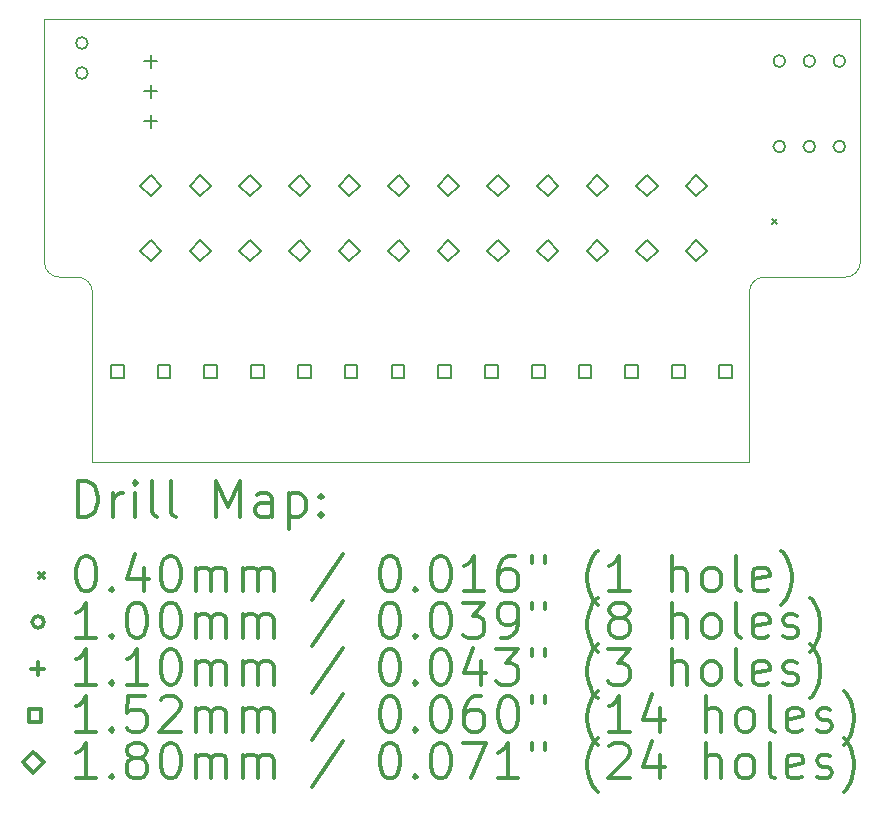
<source format=gbr>
%FSLAX45Y45*%
G04 Gerber Fmt 4.5, Leading zero omitted, Abs format (unit mm)*
G04 Created by KiCad (PCBNEW (5.1.6)-1) date 2022-09-29 15:02:31*
%MOMM*%
%LPD*%
G01*
G04 APERTURE LIST*
%TA.AperFunction,Profile*%
%ADD10C,0.050000*%
%TD*%
%ADD11C,0.200000*%
%ADD12C,0.300000*%
G04 APERTURE END LIST*
D10*
X18897600Y-6261100D02*
G75*
G02*
X18770600Y-6388100I-127000J0D01*
G01*
X12115800Y-6388100D02*
G75*
G02*
X11988800Y-6261100I0J127000D01*
G01*
X11988800Y-4203700D02*
X12496800Y-4203700D01*
X11988800Y-6261100D02*
X11988800Y-4203700D01*
X12268200Y-6388100D02*
X12115800Y-6388100D01*
X18897600Y-4203700D02*
X12496800Y-4203700D01*
X18897600Y-6261100D02*
X18897600Y-4203700D01*
X18084800Y-6388100D02*
X18770600Y-6388100D01*
X17957800Y-6908800D02*
X17957800Y-6515100D01*
X12395200Y-6515100D02*
X12395200Y-6908800D01*
X12268200Y-6388100D02*
G75*
G02*
X12395200Y-6515100I0J-127000D01*
G01*
X17957800Y-6515100D02*
G75*
G02*
X18084800Y-6388100I127000J0D01*
G01*
X12395200Y-7950200D02*
X12395200Y-6908800D01*
X17957800Y-7950200D02*
X17957800Y-6908800D01*
X12395200Y-7950200D02*
X17957800Y-7950200D01*
D11*
X18150000Y-5900000D02*
X18190000Y-5940000D01*
X18190000Y-5900000D02*
X18150000Y-5940000D01*
X12356300Y-4406900D02*
G75*
G03*
X12356300Y-4406900I-50000J0D01*
G01*
X12356300Y-4660900D02*
G75*
G03*
X12356300Y-4660900I-50000J0D01*
G01*
X18261800Y-5283200D02*
G75*
G03*
X18261800Y-5283200I-50000J0D01*
G01*
X18515800Y-5283200D02*
G75*
G03*
X18515800Y-5283200I-50000J0D01*
G01*
X18769800Y-5283200D02*
G75*
G03*
X18769800Y-5283200I-50000J0D01*
G01*
X18261800Y-4559300D02*
G75*
G03*
X18261800Y-4559300I-50000J0D01*
G01*
X18515800Y-4559300D02*
G75*
G03*
X18515800Y-4559300I-50000J0D01*
G01*
X18769800Y-4559300D02*
G75*
G03*
X18769800Y-4559300I-50000J0D01*
G01*
X12890500Y-4504300D02*
X12890500Y-4614300D01*
X12835500Y-4559300D02*
X12945500Y-4559300D01*
X12890500Y-4758300D02*
X12890500Y-4868300D01*
X12835500Y-4813300D02*
X12945500Y-4813300D01*
X12890500Y-5012300D02*
X12890500Y-5122300D01*
X12835500Y-5067300D02*
X12945500Y-5067300D01*
X12660341Y-7240241D02*
X12660341Y-7132759D01*
X12552859Y-7132759D01*
X12552859Y-7240241D01*
X12660341Y-7240241D01*
X13056341Y-7240241D02*
X13056341Y-7132759D01*
X12948859Y-7132759D01*
X12948859Y-7240241D01*
X13056341Y-7240241D01*
X13452341Y-7240241D02*
X13452341Y-7132759D01*
X13344859Y-7132759D01*
X13344859Y-7240241D01*
X13452341Y-7240241D01*
X13848341Y-7240241D02*
X13848341Y-7132759D01*
X13740859Y-7132759D01*
X13740859Y-7240241D01*
X13848341Y-7240241D01*
X14244341Y-7240241D02*
X14244341Y-7132759D01*
X14136859Y-7132759D01*
X14136859Y-7240241D01*
X14244341Y-7240241D01*
X14640341Y-7240241D02*
X14640341Y-7132759D01*
X14532859Y-7132759D01*
X14532859Y-7240241D01*
X14640341Y-7240241D01*
X15036341Y-7240241D02*
X15036341Y-7132759D01*
X14928859Y-7132759D01*
X14928859Y-7240241D01*
X15036341Y-7240241D01*
X15432341Y-7240241D02*
X15432341Y-7132759D01*
X15324859Y-7132759D01*
X15324859Y-7240241D01*
X15432341Y-7240241D01*
X15828341Y-7240241D02*
X15828341Y-7132759D01*
X15720859Y-7132759D01*
X15720859Y-7240241D01*
X15828341Y-7240241D01*
X16224341Y-7240241D02*
X16224341Y-7132759D01*
X16116859Y-7132759D01*
X16116859Y-7240241D01*
X16224341Y-7240241D01*
X16620341Y-7240241D02*
X16620341Y-7132759D01*
X16512859Y-7132759D01*
X16512859Y-7240241D01*
X16620341Y-7240241D01*
X17016341Y-7240241D02*
X17016341Y-7132759D01*
X16908859Y-7132759D01*
X16908859Y-7240241D01*
X17016341Y-7240241D01*
X17412341Y-7240241D02*
X17412341Y-7132759D01*
X17304859Y-7132759D01*
X17304859Y-7240241D01*
X17412341Y-7240241D01*
X17808341Y-7240241D02*
X17808341Y-7132759D01*
X17700859Y-7132759D01*
X17700859Y-7240241D01*
X17808341Y-7240241D01*
X12890500Y-5703400D02*
X12980500Y-5613400D01*
X12890500Y-5523400D01*
X12800500Y-5613400D01*
X12890500Y-5703400D01*
X12890500Y-6253400D02*
X12980500Y-6163400D01*
X12890500Y-6073400D01*
X12800500Y-6163400D01*
X12890500Y-6253400D01*
X13310500Y-5703400D02*
X13400500Y-5613400D01*
X13310500Y-5523400D01*
X13220500Y-5613400D01*
X13310500Y-5703400D01*
X13310500Y-6253400D02*
X13400500Y-6163400D01*
X13310500Y-6073400D01*
X13220500Y-6163400D01*
X13310500Y-6253400D01*
X13730500Y-5703400D02*
X13820500Y-5613400D01*
X13730500Y-5523400D01*
X13640500Y-5613400D01*
X13730500Y-5703400D01*
X13730500Y-6253400D02*
X13820500Y-6163400D01*
X13730500Y-6073400D01*
X13640500Y-6163400D01*
X13730500Y-6253400D01*
X14150500Y-5703400D02*
X14240500Y-5613400D01*
X14150500Y-5523400D01*
X14060500Y-5613400D01*
X14150500Y-5703400D01*
X14150500Y-6253400D02*
X14240500Y-6163400D01*
X14150500Y-6073400D01*
X14060500Y-6163400D01*
X14150500Y-6253400D01*
X14570500Y-5703400D02*
X14660500Y-5613400D01*
X14570500Y-5523400D01*
X14480500Y-5613400D01*
X14570500Y-5703400D01*
X14570500Y-6253400D02*
X14660500Y-6163400D01*
X14570500Y-6073400D01*
X14480500Y-6163400D01*
X14570500Y-6253400D01*
X14990500Y-5703400D02*
X15080500Y-5613400D01*
X14990500Y-5523400D01*
X14900500Y-5613400D01*
X14990500Y-5703400D01*
X14990500Y-6253400D02*
X15080500Y-6163400D01*
X14990500Y-6073400D01*
X14900500Y-6163400D01*
X14990500Y-6253400D01*
X15410500Y-5703400D02*
X15500500Y-5613400D01*
X15410500Y-5523400D01*
X15320500Y-5613400D01*
X15410500Y-5703400D01*
X15410500Y-6253400D02*
X15500500Y-6163400D01*
X15410500Y-6073400D01*
X15320500Y-6163400D01*
X15410500Y-6253400D01*
X15830500Y-5703400D02*
X15920500Y-5613400D01*
X15830500Y-5523400D01*
X15740500Y-5613400D01*
X15830500Y-5703400D01*
X15830500Y-6253400D02*
X15920500Y-6163400D01*
X15830500Y-6073400D01*
X15740500Y-6163400D01*
X15830500Y-6253400D01*
X16250500Y-5703400D02*
X16340500Y-5613400D01*
X16250500Y-5523400D01*
X16160500Y-5613400D01*
X16250500Y-5703400D01*
X16250500Y-6253400D02*
X16340500Y-6163400D01*
X16250500Y-6073400D01*
X16160500Y-6163400D01*
X16250500Y-6253400D01*
X16670500Y-5703400D02*
X16760500Y-5613400D01*
X16670500Y-5523400D01*
X16580500Y-5613400D01*
X16670500Y-5703400D01*
X16670500Y-6253400D02*
X16760500Y-6163400D01*
X16670500Y-6073400D01*
X16580500Y-6163400D01*
X16670500Y-6253400D01*
X17090500Y-5703400D02*
X17180500Y-5613400D01*
X17090500Y-5523400D01*
X17000500Y-5613400D01*
X17090500Y-5703400D01*
X17090500Y-6253400D02*
X17180500Y-6163400D01*
X17090500Y-6073400D01*
X17000500Y-6163400D01*
X17090500Y-6253400D01*
X17510500Y-5703400D02*
X17600500Y-5613400D01*
X17510500Y-5523400D01*
X17420500Y-5613400D01*
X17510500Y-5703400D01*
X17510500Y-6253400D02*
X17600500Y-6163400D01*
X17510500Y-6073400D01*
X17420500Y-6163400D01*
X17510500Y-6253400D01*
D12*
X12272728Y-8418414D02*
X12272728Y-8118414D01*
X12344157Y-8118414D01*
X12387014Y-8132700D01*
X12415586Y-8161271D01*
X12429871Y-8189843D01*
X12444157Y-8246986D01*
X12444157Y-8289843D01*
X12429871Y-8346986D01*
X12415586Y-8375557D01*
X12387014Y-8404129D01*
X12344157Y-8418414D01*
X12272728Y-8418414D01*
X12572728Y-8418414D02*
X12572728Y-8218414D01*
X12572728Y-8275557D02*
X12587014Y-8246986D01*
X12601300Y-8232700D01*
X12629871Y-8218414D01*
X12658443Y-8218414D01*
X12758443Y-8418414D02*
X12758443Y-8218414D01*
X12758443Y-8118414D02*
X12744157Y-8132700D01*
X12758443Y-8146986D01*
X12772728Y-8132700D01*
X12758443Y-8118414D01*
X12758443Y-8146986D01*
X12944157Y-8418414D02*
X12915586Y-8404129D01*
X12901300Y-8375557D01*
X12901300Y-8118414D01*
X13101300Y-8418414D02*
X13072728Y-8404129D01*
X13058443Y-8375557D01*
X13058443Y-8118414D01*
X13444157Y-8418414D02*
X13444157Y-8118414D01*
X13544157Y-8332700D01*
X13644157Y-8118414D01*
X13644157Y-8418414D01*
X13915586Y-8418414D02*
X13915586Y-8261271D01*
X13901300Y-8232700D01*
X13872728Y-8218414D01*
X13815586Y-8218414D01*
X13787014Y-8232700D01*
X13915586Y-8404129D02*
X13887014Y-8418414D01*
X13815586Y-8418414D01*
X13787014Y-8404129D01*
X13772728Y-8375557D01*
X13772728Y-8346986D01*
X13787014Y-8318414D01*
X13815586Y-8304129D01*
X13887014Y-8304129D01*
X13915586Y-8289843D01*
X14058443Y-8218414D02*
X14058443Y-8518414D01*
X14058443Y-8232700D02*
X14087014Y-8218414D01*
X14144157Y-8218414D01*
X14172728Y-8232700D01*
X14187014Y-8246986D01*
X14201300Y-8275557D01*
X14201300Y-8361271D01*
X14187014Y-8389843D01*
X14172728Y-8404129D01*
X14144157Y-8418414D01*
X14087014Y-8418414D01*
X14058443Y-8404129D01*
X14329871Y-8389843D02*
X14344157Y-8404129D01*
X14329871Y-8418414D01*
X14315586Y-8404129D01*
X14329871Y-8389843D01*
X14329871Y-8418414D01*
X14329871Y-8232700D02*
X14344157Y-8246986D01*
X14329871Y-8261271D01*
X14315586Y-8246986D01*
X14329871Y-8232700D01*
X14329871Y-8261271D01*
X11946300Y-8892700D02*
X11986300Y-8932700D01*
X11986300Y-8892700D02*
X11946300Y-8932700D01*
X12329871Y-8748414D02*
X12358443Y-8748414D01*
X12387014Y-8762700D01*
X12401300Y-8776986D01*
X12415586Y-8805557D01*
X12429871Y-8862700D01*
X12429871Y-8934129D01*
X12415586Y-8991272D01*
X12401300Y-9019843D01*
X12387014Y-9034129D01*
X12358443Y-9048414D01*
X12329871Y-9048414D01*
X12301300Y-9034129D01*
X12287014Y-9019843D01*
X12272728Y-8991272D01*
X12258443Y-8934129D01*
X12258443Y-8862700D01*
X12272728Y-8805557D01*
X12287014Y-8776986D01*
X12301300Y-8762700D01*
X12329871Y-8748414D01*
X12558443Y-9019843D02*
X12572728Y-9034129D01*
X12558443Y-9048414D01*
X12544157Y-9034129D01*
X12558443Y-9019843D01*
X12558443Y-9048414D01*
X12829871Y-8848414D02*
X12829871Y-9048414D01*
X12758443Y-8734129D02*
X12687014Y-8948414D01*
X12872728Y-8948414D01*
X13044157Y-8748414D02*
X13072728Y-8748414D01*
X13101300Y-8762700D01*
X13115586Y-8776986D01*
X13129871Y-8805557D01*
X13144157Y-8862700D01*
X13144157Y-8934129D01*
X13129871Y-8991272D01*
X13115586Y-9019843D01*
X13101300Y-9034129D01*
X13072728Y-9048414D01*
X13044157Y-9048414D01*
X13015586Y-9034129D01*
X13001300Y-9019843D01*
X12987014Y-8991272D01*
X12972728Y-8934129D01*
X12972728Y-8862700D01*
X12987014Y-8805557D01*
X13001300Y-8776986D01*
X13015586Y-8762700D01*
X13044157Y-8748414D01*
X13272728Y-9048414D02*
X13272728Y-8848414D01*
X13272728Y-8876986D02*
X13287014Y-8862700D01*
X13315586Y-8848414D01*
X13358443Y-8848414D01*
X13387014Y-8862700D01*
X13401300Y-8891272D01*
X13401300Y-9048414D01*
X13401300Y-8891272D02*
X13415586Y-8862700D01*
X13444157Y-8848414D01*
X13487014Y-8848414D01*
X13515586Y-8862700D01*
X13529871Y-8891272D01*
X13529871Y-9048414D01*
X13672728Y-9048414D02*
X13672728Y-8848414D01*
X13672728Y-8876986D02*
X13687014Y-8862700D01*
X13715586Y-8848414D01*
X13758443Y-8848414D01*
X13787014Y-8862700D01*
X13801300Y-8891272D01*
X13801300Y-9048414D01*
X13801300Y-8891272D02*
X13815586Y-8862700D01*
X13844157Y-8848414D01*
X13887014Y-8848414D01*
X13915586Y-8862700D01*
X13929871Y-8891272D01*
X13929871Y-9048414D01*
X14515586Y-8734129D02*
X14258443Y-9119843D01*
X14901300Y-8748414D02*
X14929871Y-8748414D01*
X14958443Y-8762700D01*
X14972728Y-8776986D01*
X14987014Y-8805557D01*
X15001300Y-8862700D01*
X15001300Y-8934129D01*
X14987014Y-8991272D01*
X14972728Y-9019843D01*
X14958443Y-9034129D01*
X14929871Y-9048414D01*
X14901300Y-9048414D01*
X14872728Y-9034129D01*
X14858443Y-9019843D01*
X14844157Y-8991272D01*
X14829871Y-8934129D01*
X14829871Y-8862700D01*
X14844157Y-8805557D01*
X14858443Y-8776986D01*
X14872728Y-8762700D01*
X14901300Y-8748414D01*
X15129871Y-9019843D02*
X15144157Y-9034129D01*
X15129871Y-9048414D01*
X15115586Y-9034129D01*
X15129871Y-9019843D01*
X15129871Y-9048414D01*
X15329871Y-8748414D02*
X15358443Y-8748414D01*
X15387014Y-8762700D01*
X15401300Y-8776986D01*
X15415586Y-8805557D01*
X15429871Y-8862700D01*
X15429871Y-8934129D01*
X15415586Y-8991272D01*
X15401300Y-9019843D01*
X15387014Y-9034129D01*
X15358443Y-9048414D01*
X15329871Y-9048414D01*
X15301300Y-9034129D01*
X15287014Y-9019843D01*
X15272728Y-8991272D01*
X15258443Y-8934129D01*
X15258443Y-8862700D01*
X15272728Y-8805557D01*
X15287014Y-8776986D01*
X15301300Y-8762700D01*
X15329871Y-8748414D01*
X15715586Y-9048414D02*
X15544157Y-9048414D01*
X15629871Y-9048414D02*
X15629871Y-8748414D01*
X15601300Y-8791272D01*
X15572728Y-8819843D01*
X15544157Y-8834129D01*
X15972728Y-8748414D02*
X15915586Y-8748414D01*
X15887014Y-8762700D01*
X15872728Y-8776986D01*
X15844157Y-8819843D01*
X15829871Y-8876986D01*
X15829871Y-8991272D01*
X15844157Y-9019843D01*
X15858443Y-9034129D01*
X15887014Y-9048414D01*
X15944157Y-9048414D01*
X15972728Y-9034129D01*
X15987014Y-9019843D01*
X16001300Y-8991272D01*
X16001300Y-8919843D01*
X15987014Y-8891272D01*
X15972728Y-8876986D01*
X15944157Y-8862700D01*
X15887014Y-8862700D01*
X15858443Y-8876986D01*
X15844157Y-8891272D01*
X15829871Y-8919843D01*
X16115586Y-8748414D02*
X16115586Y-8805557D01*
X16229871Y-8748414D02*
X16229871Y-8805557D01*
X16672728Y-9162700D02*
X16658443Y-9148414D01*
X16629871Y-9105557D01*
X16615586Y-9076986D01*
X16601300Y-9034129D01*
X16587014Y-8962700D01*
X16587014Y-8905557D01*
X16601300Y-8834129D01*
X16615586Y-8791272D01*
X16629871Y-8762700D01*
X16658443Y-8719843D01*
X16672728Y-8705557D01*
X16944157Y-9048414D02*
X16772728Y-9048414D01*
X16858443Y-9048414D02*
X16858443Y-8748414D01*
X16829871Y-8791272D01*
X16801300Y-8819843D01*
X16772728Y-8834129D01*
X17301300Y-9048414D02*
X17301300Y-8748414D01*
X17429871Y-9048414D02*
X17429871Y-8891272D01*
X17415586Y-8862700D01*
X17387014Y-8848414D01*
X17344157Y-8848414D01*
X17315586Y-8862700D01*
X17301300Y-8876986D01*
X17615586Y-9048414D02*
X17587014Y-9034129D01*
X17572728Y-9019843D01*
X17558443Y-8991272D01*
X17558443Y-8905557D01*
X17572728Y-8876986D01*
X17587014Y-8862700D01*
X17615586Y-8848414D01*
X17658443Y-8848414D01*
X17687014Y-8862700D01*
X17701300Y-8876986D01*
X17715586Y-8905557D01*
X17715586Y-8991272D01*
X17701300Y-9019843D01*
X17687014Y-9034129D01*
X17658443Y-9048414D01*
X17615586Y-9048414D01*
X17887014Y-9048414D02*
X17858443Y-9034129D01*
X17844157Y-9005557D01*
X17844157Y-8748414D01*
X18115586Y-9034129D02*
X18087014Y-9048414D01*
X18029871Y-9048414D01*
X18001300Y-9034129D01*
X17987014Y-9005557D01*
X17987014Y-8891272D01*
X18001300Y-8862700D01*
X18029871Y-8848414D01*
X18087014Y-8848414D01*
X18115586Y-8862700D01*
X18129871Y-8891272D01*
X18129871Y-8919843D01*
X17987014Y-8948414D01*
X18229871Y-9162700D02*
X18244157Y-9148414D01*
X18272728Y-9105557D01*
X18287014Y-9076986D01*
X18301300Y-9034129D01*
X18315586Y-8962700D01*
X18315586Y-8905557D01*
X18301300Y-8834129D01*
X18287014Y-8791272D01*
X18272728Y-8762700D01*
X18244157Y-8719843D01*
X18229871Y-8705557D01*
X11986300Y-9308700D02*
G75*
G03*
X11986300Y-9308700I-50000J0D01*
G01*
X12429871Y-9444414D02*
X12258443Y-9444414D01*
X12344157Y-9444414D02*
X12344157Y-9144414D01*
X12315586Y-9187272D01*
X12287014Y-9215843D01*
X12258443Y-9230129D01*
X12558443Y-9415843D02*
X12572728Y-9430129D01*
X12558443Y-9444414D01*
X12544157Y-9430129D01*
X12558443Y-9415843D01*
X12558443Y-9444414D01*
X12758443Y-9144414D02*
X12787014Y-9144414D01*
X12815586Y-9158700D01*
X12829871Y-9172986D01*
X12844157Y-9201557D01*
X12858443Y-9258700D01*
X12858443Y-9330129D01*
X12844157Y-9387272D01*
X12829871Y-9415843D01*
X12815586Y-9430129D01*
X12787014Y-9444414D01*
X12758443Y-9444414D01*
X12729871Y-9430129D01*
X12715586Y-9415843D01*
X12701300Y-9387272D01*
X12687014Y-9330129D01*
X12687014Y-9258700D01*
X12701300Y-9201557D01*
X12715586Y-9172986D01*
X12729871Y-9158700D01*
X12758443Y-9144414D01*
X13044157Y-9144414D02*
X13072728Y-9144414D01*
X13101300Y-9158700D01*
X13115586Y-9172986D01*
X13129871Y-9201557D01*
X13144157Y-9258700D01*
X13144157Y-9330129D01*
X13129871Y-9387272D01*
X13115586Y-9415843D01*
X13101300Y-9430129D01*
X13072728Y-9444414D01*
X13044157Y-9444414D01*
X13015586Y-9430129D01*
X13001300Y-9415843D01*
X12987014Y-9387272D01*
X12972728Y-9330129D01*
X12972728Y-9258700D01*
X12987014Y-9201557D01*
X13001300Y-9172986D01*
X13015586Y-9158700D01*
X13044157Y-9144414D01*
X13272728Y-9444414D02*
X13272728Y-9244414D01*
X13272728Y-9272986D02*
X13287014Y-9258700D01*
X13315586Y-9244414D01*
X13358443Y-9244414D01*
X13387014Y-9258700D01*
X13401300Y-9287272D01*
X13401300Y-9444414D01*
X13401300Y-9287272D02*
X13415586Y-9258700D01*
X13444157Y-9244414D01*
X13487014Y-9244414D01*
X13515586Y-9258700D01*
X13529871Y-9287272D01*
X13529871Y-9444414D01*
X13672728Y-9444414D02*
X13672728Y-9244414D01*
X13672728Y-9272986D02*
X13687014Y-9258700D01*
X13715586Y-9244414D01*
X13758443Y-9244414D01*
X13787014Y-9258700D01*
X13801300Y-9287272D01*
X13801300Y-9444414D01*
X13801300Y-9287272D02*
X13815586Y-9258700D01*
X13844157Y-9244414D01*
X13887014Y-9244414D01*
X13915586Y-9258700D01*
X13929871Y-9287272D01*
X13929871Y-9444414D01*
X14515586Y-9130129D02*
X14258443Y-9515843D01*
X14901300Y-9144414D02*
X14929871Y-9144414D01*
X14958443Y-9158700D01*
X14972728Y-9172986D01*
X14987014Y-9201557D01*
X15001300Y-9258700D01*
X15001300Y-9330129D01*
X14987014Y-9387272D01*
X14972728Y-9415843D01*
X14958443Y-9430129D01*
X14929871Y-9444414D01*
X14901300Y-9444414D01*
X14872728Y-9430129D01*
X14858443Y-9415843D01*
X14844157Y-9387272D01*
X14829871Y-9330129D01*
X14829871Y-9258700D01*
X14844157Y-9201557D01*
X14858443Y-9172986D01*
X14872728Y-9158700D01*
X14901300Y-9144414D01*
X15129871Y-9415843D02*
X15144157Y-9430129D01*
X15129871Y-9444414D01*
X15115586Y-9430129D01*
X15129871Y-9415843D01*
X15129871Y-9444414D01*
X15329871Y-9144414D02*
X15358443Y-9144414D01*
X15387014Y-9158700D01*
X15401300Y-9172986D01*
X15415586Y-9201557D01*
X15429871Y-9258700D01*
X15429871Y-9330129D01*
X15415586Y-9387272D01*
X15401300Y-9415843D01*
X15387014Y-9430129D01*
X15358443Y-9444414D01*
X15329871Y-9444414D01*
X15301300Y-9430129D01*
X15287014Y-9415843D01*
X15272728Y-9387272D01*
X15258443Y-9330129D01*
X15258443Y-9258700D01*
X15272728Y-9201557D01*
X15287014Y-9172986D01*
X15301300Y-9158700D01*
X15329871Y-9144414D01*
X15529871Y-9144414D02*
X15715586Y-9144414D01*
X15615586Y-9258700D01*
X15658443Y-9258700D01*
X15687014Y-9272986D01*
X15701300Y-9287272D01*
X15715586Y-9315843D01*
X15715586Y-9387272D01*
X15701300Y-9415843D01*
X15687014Y-9430129D01*
X15658443Y-9444414D01*
X15572728Y-9444414D01*
X15544157Y-9430129D01*
X15529871Y-9415843D01*
X15858443Y-9444414D02*
X15915586Y-9444414D01*
X15944157Y-9430129D01*
X15958443Y-9415843D01*
X15987014Y-9372986D01*
X16001300Y-9315843D01*
X16001300Y-9201557D01*
X15987014Y-9172986D01*
X15972728Y-9158700D01*
X15944157Y-9144414D01*
X15887014Y-9144414D01*
X15858443Y-9158700D01*
X15844157Y-9172986D01*
X15829871Y-9201557D01*
X15829871Y-9272986D01*
X15844157Y-9301557D01*
X15858443Y-9315843D01*
X15887014Y-9330129D01*
X15944157Y-9330129D01*
X15972728Y-9315843D01*
X15987014Y-9301557D01*
X16001300Y-9272986D01*
X16115586Y-9144414D02*
X16115586Y-9201557D01*
X16229871Y-9144414D02*
X16229871Y-9201557D01*
X16672728Y-9558700D02*
X16658443Y-9544414D01*
X16629871Y-9501557D01*
X16615586Y-9472986D01*
X16601300Y-9430129D01*
X16587014Y-9358700D01*
X16587014Y-9301557D01*
X16601300Y-9230129D01*
X16615586Y-9187272D01*
X16629871Y-9158700D01*
X16658443Y-9115843D01*
X16672728Y-9101557D01*
X16829871Y-9272986D02*
X16801300Y-9258700D01*
X16787014Y-9244414D01*
X16772728Y-9215843D01*
X16772728Y-9201557D01*
X16787014Y-9172986D01*
X16801300Y-9158700D01*
X16829871Y-9144414D01*
X16887014Y-9144414D01*
X16915586Y-9158700D01*
X16929871Y-9172986D01*
X16944157Y-9201557D01*
X16944157Y-9215843D01*
X16929871Y-9244414D01*
X16915586Y-9258700D01*
X16887014Y-9272986D01*
X16829871Y-9272986D01*
X16801300Y-9287272D01*
X16787014Y-9301557D01*
X16772728Y-9330129D01*
X16772728Y-9387272D01*
X16787014Y-9415843D01*
X16801300Y-9430129D01*
X16829871Y-9444414D01*
X16887014Y-9444414D01*
X16915586Y-9430129D01*
X16929871Y-9415843D01*
X16944157Y-9387272D01*
X16944157Y-9330129D01*
X16929871Y-9301557D01*
X16915586Y-9287272D01*
X16887014Y-9272986D01*
X17301300Y-9444414D02*
X17301300Y-9144414D01*
X17429871Y-9444414D02*
X17429871Y-9287272D01*
X17415586Y-9258700D01*
X17387014Y-9244414D01*
X17344157Y-9244414D01*
X17315586Y-9258700D01*
X17301300Y-9272986D01*
X17615586Y-9444414D02*
X17587014Y-9430129D01*
X17572728Y-9415843D01*
X17558443Y-9387272D01*
X17558443Y-9301557D01*
X17572728Y-9272986D01*
X17587014Y-9258700D01*
X17615586Y-9244414D01*
X17658443Y-9244414D01*
X17687014Y-9258700D01*
X17701300Y-9272986D01*
X17715586Y-9301557D01*
X17715586Y-9387272D01*
X17701300Y-9415843D01*
X17687014Y-9430129D01*
X17658443Y-9444414D01*
X17615586Y-9444414D01*
X17887014Y-9444414D02*
X17858443Y-9430129D01*
X17844157Y-9401557D01*
X17844157Y-9144414D01*
X18115586Y-9430129D02*
X18087014Y-9444414D01*
X18029871Y-9444414D01*
X18001300Y-9430129D01*
X17987014Y-9401557D01*
X17987014Y-9287272D01*
X18001300Y-9258700D01*
X18029871Y-9244414D01*
X18087014Y-9244414D01*
X18115586Y-9258700D01*
X18129871Y-9287272D01*
X18129871Y-9315843D01*
X17987014Y-9344414D01*
X18244157Y-9430129D02*
X18272728Y-9444414D01*
X18329871Y-9444414D01*
X18358443Y-9430129D01*
X18372728Y-9401557D01*
X18372728Y-9387272D01*
X18358443Y-9358700D01*
X18329871Y-9344414D01*
X18287014Y-9344414D01*
X18258443Y-9330129D01*
X18244157Y-9301557D01*
X18244157Y-9287272D01*
X18258443Y-9258700D01*
X18287014Y-9244414D01*
X18329871Y-9244414D01*
X18358443Y-9258700D01*
X18472728Y-9558700D02*
X18487014Y-9544414D01*
X18515586Y-9501557D01*
X18529871Y-9472986D01*
X18544157Y-9430129D01*
X18558443Y-9358700D01*
X18558443Y-9301557D01*
X18544157Y-9230129D01*
X18529871Y-9187272D01*
X18515586Y-9158700D01*
X18487014Y-9115843D01*
X18472728Y-9101557D01*
X11931300Y-9649700D02*
X11931300Y-9759700D01*
X11876300Y-9704700D02*
X11986300Y-9704700D01*
X12429871Y-9840414D02*
X12258443Y-9840414D01*
X12344157Y-9840414D02*
X12344157Y-9540414D01*
X12315586Y-9583272D01*
X12287014Y-9611843D01*
X12258443Y-9626129D01*
X12558443Y-9811843D02*
X12572728Y-9826129D01*
X12558443Y-9840414D01*
X12544157Y-9826129D01*
X12558443Y-9811843D01*
X12558443Y-9840414D01*
X12858443Y-9840414D02*
X12687014Y-9840414D01*
X12772728Y-9840414D02*
X12772728Y-9540414D01*
X12744157Y-9583272D01*
X12715586Y-9611843D01*
X12687014Y-9626129D01*
X13044157Y-9540414D02*
X13072728Y-9540414D01*
X13101300Y-9554700D01*
X13115586Y-9568986D01*
X13129871Y-9597557D01*
X13144157Y-9654700D01*
X13144157Y-9726129D01*
X13129871Y-9783272D01*
X13115586Y-9811843D01*
X13101300Y-9826129D01*
X13072728Y-9840414D01*
X13044157Y-9840414D01*
X13015586Y-9826129D01*
X13001300Y-9811843D01*
X12987014Y-9783272D01*
X12972728Y-9726129D01*
X12972728Y-9654700D01*
X12987014Y-9597557D01*
X13001300Y-9568986D01*
X13015586Y-9554700D01*
X13044157Y-9540414D01*
X13272728Y-9840414D02*
X13272728Y-9640414D01*
X13272728Y-9668986D02*
X13287014Y-9654700D01*
X13315586Y-9640414D01*
X13358443Y-9640414D01*
X13387014Y-9654700D01*
X13401300Y-9683272D01*
X13401300Y-9840414D01*
X13401300Y-9683272D02*
X13415586Y-9654700D01*
X13444157Y-9640414D01*
X13487014Y-9640414D01*
X13515586Y-9654700D01*
X13529871Y-9683272D01*
X13529871Y-9840414D01*
X13672728Y-9840414D02*
X13672728Y-9640414D01*
X13672728Y-9668986D02*
X13687014Y-9654700D01*
X13715586Y-9640414D01*
X13758443Y-9640414D01*
X13787014Y-9654700D01*
X13801300Y-9683272D01*
X13801300Y-9840414D01*
X13801300Y-9683272D02*
X13815586Y-9654700D01*
X13844157Y-9640414D01*
X13887014Y-9640414D01*
X13915586Y-9654700D01*
X13929871Y-9683272D01*
X13929871Y-9840414D01*
X14515586Y-9526129D02*
X14258443Y-9911843D01*
X14901300Y-9540414D02*
X14929871Y-9540414D01*
X14958443Y-9554700D01*
X14972728Y-9568986D01*
X14987014Y-9597557D01*
X15001300Y-9654700D01*
X15001300Y-9726129D01*
X14987014Y-9783272D01*
X14972728Y-9811843D01*
X14958443Y-9826129D01*
X14929871Y-9840414D01*
X14901300Y-9840414D01*
X14872728Y-9826129D01*
X14858443Y-9811843D01*
X14844157Y-9783272D01*
X14829871Y-9726129D01*
X14829871Y-9654700D01*
X14844157Y-9597557D01*
X14858443Y-9568986D01*
X14872728Y-9554700D01*
X14901300Y-9540414D01*
X15129871Y-9811843D02*
X15144157Y-9826129D01*
X15129871Y-9840414D01*
X15115586Y-9826129D01*
X15129871Y-9811843D01*
X15129871Y-9840414D01*
X15329871Y-9540414D02*
X15358443Y-9540414D01*
X15387014Y-9554700D01*
X15401300Y-9568986D01*
X15415586Y-9597557D01*
X15429871Y-9654700D01*
X15429871Y-9726129D01*
X15415586Y-9783272D01*
X15401300Y-9811843D01*
X15387014Y-9826129D01*
X15358443Y-9840414D01*
X15329871Y-9840414D01*
X15301300Y-9826129D01*
X15287014Y-9811843D01*
X15272728Y-9783272D01*
X15258443Y-9726129D01*
X15258443Y-9654700D01*
X15272728Y-9597557D01*
X15287014Y-9568986D01*
X15301300Y-9554700D01*
X15329871Y-9540414D01*
X15687014Y-9640414D02*
X15687014Y-9840414D01*
X15615586Y-9526129D02*
X15544157Y-9740414D01*
X15729871Y-9740414D01*
X15815586Y-9540414D02*
X16001300Y-9540414D01*
X15901300Y-9654700D01*
X15944157Y-9654700D01*
X15972728Y-9668986D01*
X15987014Y-9683272D01*
X16001300Y-9711843D01*
X16001300Y-9783272D01*
X15987014Y-9811843D01*
X15972728Y-9826129D01*
X15944157Y-9840414D01*
X15858443Y-9840414D01*
X15829871Y-9826129D01*
X15815586Y-9811843D01*
X16115586Y-9540414D02*
X16115586Y-9597557D01*
X16229871Y-9540414D02*
X16229871Y-9597557D01*
X16672728Y-9954700D02*
X16658443Y-9940414D01*
X16629871Y-9897557D01*
X16615586Y-9868986D01*
X16601300Y-9826129D01*
X16587014Y-9754700D01*
X16587014Y-9697557D01*
X16601300Y-9626129D01*
X16615586Y-9583272D01*
X16629871Y-9554700D01*
X16658443Y-9511843D01*
X16672728Y-9497557D01*
X16758443Y-9540414D02*
X16944157Y-9540414D01*
X16844157Y-9654700D01*
X16887014Y-9654700D01*
X16915586Y-9668986D01*
X16929871Y-9683272D01*
X16944157Y-9711843D01*
X16944157Y-9783272D01*
X16929871Y-9811843D01*
X16915586Y-9826129D01*
X16887014Y-9840414D01*
X16801300Y-9840414D01*
X16772728Y-9826129D01*
X16758443Y-9811843D01*
X17301300Y-9840414D02*
X17301300Y-9540414D01*
X17429871Y-9840414D02*
X17429871Y-9683272D01*
X17415586Y-9654700D01*
X17387014Y-9640414D01*
X17344157Y-9640414D01*
X17315586Y-9654700D01*
X17301300Y-9668986D01*
X17615586Y-9840414D02*
X17587014Y-9826129D01*
X17572728Y-9811843D01*
X17558443Y-9783272D01*
X17558443Y-9697557D01*
X17572728Y-9668986D01*
X17587014Y-9654700D01*
X17615586Y-9640414D01*
X17658443Y-9640414D01*
X17687014Y-9654700D01*
X17701300Y-9668986D01*
X17715586Y-9697557D01*
X17715586Y-9783272D01*
X17701300Y-9811843D01*
X17687014Y-9826129D01*
X17658443Y-9840414D01*
X17615586Y-9840414D01*
X17887014Y-9840414D02*
X17858443Y-9826129D01*
X17844157Y-9797557D01*
X17844157Y-9540414D01*
X18115586Y-9826129D02*
X18087014Y-9840414D01*
X18029871Y-9840414D01*
X18001300Y-9826129D01*
X17987014Y-9797557D01*
X17987014Y-9683272D01*
X18001300Y-9654700D01*
X18029871Y-9640414D01*
X18087014Y-9640414D01*
X18115586Y-9654700D01*
X18129871Y-9683272D01*
X18129871Y-9711843D01*
X17987014Y-9740414D01*
X18244157Y-9826129D02*
X18272728Y-9840414D01*
X18329871Y-9840414D01*
X18358443Y-9826129D01*
X18372728Y-9797557D01*
X18372728Y-9783272D01*
X18358443Y-9754700D01*
X18329871Y-9740414D01*
X18287014Y-9740414D01*
X18258443Y-9726129D01*
X18244157Y-9697557D01*
X18244157Y-9683272D01*
X18258443Y-9654700D01*
X18287014Y-9640414D01*
X18329871Y-9640414D01*
X18358443Y-9654700D01*
X18472728Y-9954700D02*
X18487014Y-9940414D01*
X18515586Y-9897557D01*
X18529871Y-9868986D01*
X18544157Y-9826129D01*
X18558443Y-9754700D01*
X18558443Y-9697557D01*
X18544157Y-9626129D01*
X18529871Y-9583272D01*
X18515586Y-9554700D01*
X18487014Y-9511843D01*
X18472728Y-9497557D01*
X11964040Y-10154441D02*
X11964040Y-10046960D01*
X11856559Y-10046960D01*
X11856559Y-10154441D01*
X11964040Y-10154441D01*
X12429871Y-10236414D02*
X12258443Y-10236414D01*
X12344157Y-10236414D02*
X12344157Y-9936414D01*
X12315586Y-9979272D01*
X12287014Y-10007843D01*
X12258443Y-10022129D01*
X12558443Y-10207843D02*
X12572728Y-10222129D01*
X12558443Y-10236414D01*
X12544157Y-10222129D01*
X12558443Y-10207843D01*
X12558443Y-10236414D01*
X12844157Y-9936414D02*
X12701300Y-9936414D01*
X12687014Y-10079272D01*
X12701300Y-10064986D01*
X12729871Y-10050700D01*
X12801300Y-10050700D01*
X12829871Y-10064986D01*
X12844157Y-10079272D01*
X12858443Y-10107843D01*
X12858443Y-10179272D01*
X12844157Y-10207843D01*
X12829871Y-10222129D01*
X12801300Y-10236414D01*
X12729871Y-10236414D01*
X12701300Y-10222129D01*
X12687014Y-10207843D01*
X12972728Y-9964986D02*
X12987014Y-9950700D01*
X13015586Y-9936414D01*
X13087014Y-9936414D01*
X13115586Y-9950700D01*
X13129871Y-9964986D01*
X13144157Y-9993557D01*
X13144157Y-10022129D01*
X13129871Y-10064986D01*
X12958443Y-10236414D01*
X13144157Y-10236414D01*
X13272728Y-10236414D02*
X13272728Y-10036414D01*
X13272728Y-10064986D02*
X13287014Y-10050700D01*
X13315586Y-10036414D01*
X13358443Y-10036414D01*
X13387014Y-10050700D01*
X13401300Y-10079272D01*
X13401300Y-10236414D01*
X13401300Y-10079272D02*
X13415586Y-10050700D01*
X13444157Y-10036414D01*
X13487014Y-10036414D01*
X13515586Y-10050700D01*
X13529871Y-10079272D01*
X13529871Y-10236414D01*
X13672728Y-10236414D02*
X13672728Y-10036414D01*
X13672728Y-10064986D02*
X13687014Y-10050700D01*
X13715586Y-10036414D01*
X13758443Y-10036414D01*
X13787014Y-10050700D01*
X13801300Y-10079272D01*
X13801300Y-10236414D01*
X13801300Y-10079272D02*
X13815586Y-10050700D01*
X13844157Y-10036414D01*
X13887014Y-10036414D01*
X13915586Y-10050700D01*
X13929871Y-10079272D01*
X13929871Y-10236414D01*
X14515586Y-9922129D02*
X14258443Y-10307843D01*
X14901300Y-9936414D02*
X14929871Y-9936414D01*
X14958443Y-9950700D01*
X14972728Y-9964986D01*
X14987014Y-9993557D01*
X15001300Y-10050700D01*
X15001300Y-10122129D01*
X14987014Y-10179272D01*
X14972728Y-10207843D01*
X14958443Y-10222129D01*
X14929871Y-10236414D01*
X14901300Y-10236414D01*
X14872728Y-10222129D01*
X14858443Y-10207843D01*
X14844157Y-10179272D01*
X14829871Y-10122129D01*
X14829871Y-10050700D01*
X14844157Y-9993557D01*
X14858443Y-9964986D01*
X14872728Y-9950700D01*
X14901300Y-9936414D01*
X15129871Y-10207843D02*
X15144157Y-10222129D01*
X15129871Y-10236414D01*
X15115586Y-10222129D01*
X15129871Y-10207843D01*
X15129871Y-10236414D01*
X15329871Y-9936414D02*
X15358443Y-9936414D01*
X15387014Y-9950700D01*
X15401300Y-9964986D01*
X15415586Y-9993557D01*
X15429871Y-10050700D01*
X15429871Y-10122129D01*
X15415586Y-10179272D01*
X15401300Y-10207843D01*
X15387014Y-10222129D01*
X15358443Y-10236414D01*
X15329871Y-10236414D01*
X15301300Y-10222129D01*
X15287014Y-10207843D01*
X15272728Y-10179272D01*
X15258443Y-10122129D01*
X15258443Y-10050700D01*
X15272728Y-9993557D01*
X15287014Y-9964986D01*
X15301300Y-9950700D01*
X15329871Y-9936414D01*
X15687014Y-9936414D02*
X15629871Y-9936414D01*
X15601300Y-9950700D01*
X15587014Y-9964986D01*
X15558443Y-10007843D01*
X15544157Y-10064986D01*
X15544157Y-10179272D01*
X15558443Y-10207843D01*
X15572728Y-10222129D01*
X15601300Y-10236414D01*
X15658443Y-10236414D01*
X15687014Y-10222129D01*
X15701300Y-10207843D01*
X15715586Y-10179272D01*
X15715586Y-10107843D01*
X15701300Y-10079272D01*
X15687014Y-10064986D01*
X15658443Y-10050700D01*
X15601300Y-10050700D01*
X15572728Y-10064986D01*
X15558443Y-10079272D01*
X15544157Y-10107843D01*
X15901300Y-9936414D02*
X15929871Y-9936414D01*
X15958443Y-9950700D01*
X15972728Y-9964986D01*
X15987014Y-9993557D01*
X16001300Y-10050700D01*
X16001300Y-10122129D01*
X15987014Y-10179272D01*
X15972728Y-10207843D01*
X15958443Y-10222129D01*
X15929871Y-10236414D01*
X15901300Y-10236414D01*
X15872728Y-10222129D01*
X15858443Y-10207843D01*
X15844157Y-10179272D01*
X15829871Y-10122129D01*
X15829871Y-10050700D01*
X15844157Y-9993557D01*
X15858443Y-9964986D01*
X15872728Y-9950700D01*
X15901300Y-9936414D01*
X16115586Y-9936414D02*
X16115586Y-9993557D01*
X16229871Y-9936414D02*
X16229871Y-9993557D01*
X16672728Y-10350700D02*
X16658443Y-10336414D01*
X16629871Y-10293557D01*
X16615586Y-10264986D01*
X16601300Y-10222129D01*
X16587014Y-10150700D01*
X16587014Y-10093557D01*
X16601300Y-10022129D01*
X16615586Y-9979272D01*
X16629871Y-9950700D01*
X16658443Y-9907843D01*
X16672728Y-9893557D01*
X16944157Y-10236414D02*
X16772728Y-10236414D01*
X16858443Y-10236414D02*
X16858443Y-9936414D01*
X16829871Y-9979272D01*
X16801300Y-10007843D01*
X16772728Y-10022129D01*
X17201300Y-10036414D02*
X17201300Y-10236414D01*
X17129871Y-9922129D02*
X17058443Y-10136414D01*
X17244157Y-10136414D01*
X17587014Y-10236414D02*
X17587014Y-9936414D01*
X17715586Y-10236414D02*
X17715586Y-10079272D01*
X17701300Y-10050700D01*
X17672728Y-10036414D01*
X17629871Y-10036414D01*
X17601300Y-10050700D01*
X17587014Y-10064986D01*
X17901300Y-10236414D02*
X17872728Y-10222129D01*
X17858443Y-10207843D01*
X17844157Y-10179272D01*
X17844157Y-10093557D01*
X17858443Y-10064986D01*
X17872728Y-10050700D01*
X17901300Y-10036414D01*
X17944157Y-10036414D01*
X17972728Y-10050700D01*
X17987014Y-10064986D01*
X18001300Y-10093557D01*
X18001300Y-10179272D01*
X17987014Y-10207843D01*
X17972728Y-10222129D01*
X17944157Y-10236414D01*
X17901300Y-10236414D01*
X18172728Y-10236414D02*
X18144157Y-10222129D01*
X18129871Y-10193557D01*
X18129871Y-9936414D01*
X18401300Y-10222129D02*
X18372728Y-10236414D01*
X18315586Y-10236414D01*
X18287014Y-10222129D01*
X18272728Y-10193557D01*
X18272728Y-10079272D01*
X18287014Y-10050700D01*
X18315586Y-10036414D01*
X18372728Y-10036414D01*
X18401300Y-10050700D01*
X18415586Y-10079272D01*
X18415586Y-10107843D01*
X18272728Y-10136414D01*
X18529871Y-10222129D02*
X18558443Y-10236414D01*
X18615586Y-10236414D01*
X18644157Y-10222129D01*
X18658443Y-10193557D01*
X18658443Y-10179272D01*
X18644157Y-10150700D01*
X18615586Y-10136414D01*
X18572728Y-10136414D01*
X18544157Y-10122129D01*
X18529871Y-10093557D01*
X18529871Y-10079272D01*
X18544157Y-10050700D01*
X18572728Y-10036414D01*
X18615586Y-10036414D01*
X18644157Y-10050700D01*
X18758443Y-10350700D02*
X18772728Y-10336414D01*
X18801300Y-10293557D01*
X18815586Y-10264986D01*
X18829871Y-10222129D01*
X18844157Y-10150700D01*
X18844157Y-10093557D01*
X18829871Y-10022129D01*
X18815586Y-9979272D01*
X18801300Y-9950700D01*
X18772728Y-9907843D01*
X18758443Y-9893557D01*
X11896300Y-10586700D02*
X11986300Y-10496700D01*
X11896300Y-10406700D01*
X11806300Y-10496700D01*
X11896300Y-10586700D01*
X12429871Y-10632414D02*
X12258443Y-10632414D01*
X12344157Y-10632414D02*
X12344157Y-10332414D01*
X12315586Y-10375272D01*
X12287014Y-10403843D01*
X12258443Y-10418129D01*
X12558443Y-10603843D02*
X12572728Y-10618129D01*
X12558443Y-10632414D01*
X12544157Y-10618129D01*
X12558443Y-10603843D01*
X12558443Y-10632414D01*
X12744157Y-10460986D02*
X12715586Y-10446700D01*
X12701300Y-10432414D01*
X12687014Y-10403843D01*
X12687014Y-10389557D01*
X12701300Y-10360986D01*
X12715586Y-10346700D01*
X12744157Y-10332414D01*
X12801300Y-10332414D01*
X12829871Y-10346700D01*
X12844157Y-10360986D01*
X12858443Y-10389557D01*
X12858443Y-10403843D01*
X12844157Y-10432414D01*
X12829871Y-10446700D01*
X12801300Y-10460986D01*
X12744157Y-10460986D01*
X12715586Y-10475272D01*
X12701300Y-10489557D01*
X12687014Y-10518129D01*
X12687014Y-10575272D01*
X12701300Y-10603843D01*
X12715586Y-10618129D01*
X12744157Y-10632414D01*
X12801300Y-10632414D01*
X12829871Y-10618129D01*
X12844157Y-10603843D01*
X12858443Y-10575272D01*
X12858443Y-10518129D01*
X12844157Y-10489557D01*
X12829871Y-10475272D01*
X12801300Y-10460986D01*
X13044157Y-10332414D02*
X13072728Y-10332414D01*
X13101300Y-10346700D01*
X13115586Y-10360986D01*
X13129871Y-10389557D01*
X13144157Y-10446700D01*
X13144157Y-10518129D01*
X13129871Y-10575272D01*
X13115586Y-10603843D01*
X13101300Y-10618129D01*
X13072728Y-10632414D01*
X13044157Y-10632414D01*
X13015586Y-10618129D01*
X13001300Y-10603843D01*
X12987014Y-10575272D01*
X12972728Y-10518129D01*
X12972728Y-10446700D01*
X12987014Y-10389557D01*
X13001300Y-10360986D01*
X13015586Y-10346700D01*
X13044157Y-10332414D01*
X13272728Y-10632414D02*
X13272728Y-10432414D01*
X13272728Y-10460986D02*
X13287014Y-10446700D01*
X13315586Y-10432414D01*
X13358443Y-10432414D01*
X13387014Y-10446700D01*
X13401300Y-10475272D01*
X13401300Y-10632414D01*
X13401300Y-10475272D02*
X13415586Y-10446700D01*
X13444157Y-10432414D01*
X13487014Y-10432414D01*
X13515586Y-10446700D01*
X13529871Y-10475272D01*
X13529871Y-10632414D01*
X13672728Y-10632414D02*
X13672728Y-10432414D01*
X13672728Y-10460986D02*
X13687014Y-10446700D01*
X13715586Y-10432414D01*
X13758443Y-10432414D01*
X13787014Y-10446700D01*
X13801300Y-10475272D01*
X13801300Y-10632414D01*
X13801300Y-10475272D02*
X13815586Y-10446700D01*
X13844157Y-10432414D01*
X13887014Y-10432414D01*
X13915586Y-10446700D01*
X13929871Y-10475272D01*
X13929871Y-10632414D01*
X14515586Y-10318129D02*
X14258443Y-10703843D01*
X14901300Y-10332414D02*
X14929871Y-10332414D01*
X14958443Y-10346700D01*
X14972728Y-10360986D01*
X14987014Y-10389557D01*
X15001300Y-10446700D01*
X15001300Y-10518129D01*
X14987014Y-10575272D01*
X14972728Y-10603843D01*
X14958443Y-10618129D01*
X14929871Y-10632414D01*
X14901300Y-10632414D01*
X14872728Y-10618129D01*
X14858443Y-10603843D01*
X14844157Y-10575272D01*
X14829871Y-10518129D01*
X14829871Y-10446700D01*
X14844157Y-10389557D01*
X14858443Y-10360986D01*
X14872728Y-10346700D01*
X14901300Y-10332414D01*
X15129871Y-10603843D02*
X15144157Y-10618129D01*
X15129871Y-10632414D01*
X15115586Y-10618129D01*
X15129871Y-10603843D01*
X15129871Y-10632414D01*
X15329871Y-10332414D02*
X15358443Y-10332414D01*
X15387014Y-10346700D01*
X15401300Y-10360986D01*
X15415586Y-10389557D01*
X15429871Y-10446700D01*
X15429871Y-10518129D01*
X15415586Y-10575272D01*
X15401300Y-10603843D01*
X15387014Y-10618129D01*
X15358443Y-10632414D01*
X15329871Y-10632414D01*
X15301300Y-10618129D01*
X15287014Y-10603843D01*
X15272728Y-10575272D01*
X15258443Y-10518129D01*
X15258443Y-10446700D01*
X15272728Y-10389557D01*
X15287014Y-10360986D01*
X15301300Y-10346700D01*
X15329871Y-10332414D01*
X15529871Y-10332414D02*
X15729871Y-10332414D01*
X15601300Y-10632414D01*
X16001300Y-10632414D02*
X15829871Y-10632414D01*
X15915586Y-10632414D02*
X15915586Y-10332414D01*
X15887014Y-10375272D01*
X15858443Y-10403843D01*
X15829871Y-10418129D01*
X16115586Y-10332414D02*
X16115586Y-10389557D01*
X16229871Y-10332414D02*
X16229871Y-10389557D01*
X16672728Y-10746700D02*
X16658443Y-10732414D01*
X16629871Y-10689557D01*
X16615586Y-10660986D01*
X16601300Y-10618129D01*
X16587014Y-10546700D01*
X16587014Y-10489557D01*
X16601300Y-10418129D01*
X16615586Y-10375272D01*
X16629871Y-10346700D01*
X16658443Y-10303843D01*
X16672728Y-10289557D01*
X16772728Y-10360986D02*
X16787014Y-10346700D01*
X16815586Y-10332414D01*
X16887014Y-10332414D01*
X16915586Y-10346700D01*
X16929871Y-10360986D01*
X16944157Y-10389557D01*
X16944157Y-10418129D01*
X16929871Y-10460986D01*
X16758443Y-10632414D01*
X16944157Y-10632414D01*
X17201300Y-10432414D02*
X17201300Y-10632414D01*
X17129871Y-10318129D02*
X17058443Y-10532414D01*
X17244157Y-10532414D01*
X17587014Y-10632414D02*
X17587014Y-10332414D01*
X17715586Y-10632414D02*
X17715586Y-10475272D01*
X17701300Y-10446700D01*
X17672728Y-10432414D01*
X17629871Y-10432414D01*
X17601300Y-10446700D01*
X17587014Y-10460986D01*
X17901300Y-10632414D02*
X17872728Y-10618129D01*
X17858443Y-10603843D01*
X17844157Y-10575272D01*
X17844157Y-10489557D01*
X17858443Y-10460986D01*
X17872728Y-10446700D01*
X17901300Y-10432414D01*
X17944157Y-10432414D01*
X17972728Y-10446700D01*
X17987014Y-10460986D01*
X18001300Y-10489557D01*
X18001300Y-10575272D01*
X17987014Y-10603843D01*
X17972728Y-10618129D01*
X17944157Y-10632414D01*
X17901300Y-10632414D01*
X18172728Y-10632414D02*
X18144157Y-10618129D01*
X18129871Y-10589557D01*
X18129871Y-10332414D01*
X18401300Y-10618129D02*
X18372728Y-10632414D01*
X18315586Y-10632414D01*
X18287014Y-10618129D01*
X18272728Y-10589557D01*
X18272728Y-10475272D01*
X18287014Y-10446700D01*
X18315586Y-10432414D01*
X18372728Y-10432414D01*
X18401300Y-10446700D01*
X18415586Y-10475272D01*
X18415586Y-10503843D01*
X18272728Y-10532414D01*
X18529871Y-10618129D02*
X18558443Y-10632414D01*
X18615586Y-10632414D01*
X18644157Y-10618129D01*
X18658443Y-10589557D01*
X18658443Y-10575272D01*
X18644157Y-10546700D01*
X18615586Y-10532414D01*
X18572728Y-10532414D01*
X18544157Y-10518129D01*
X18529871Y-10489557D01*
X18529871Y-10475272D01*
X18544157Y-10446700D01*
X18572728Y-10432414D01*
X18615586Y-10432414D01*
X18644157Y-10446700D01*
X18758443Y-10746700D02*
X18772728Y-10732414D01*
X18801300Y-10689557D01*
X18815586Y-10660986D01*
X18829871Y-10618129D01*
X18844157Y-10546700D01*
X18844157Y-10489557D01*
X18829871Y-10418129D01*
X18815586Y-10375272D01*
X18801300Y-10346700D01*
X18772728Y-10303843D01*
X18758443Y-10289557D01*
M02*

</source>
